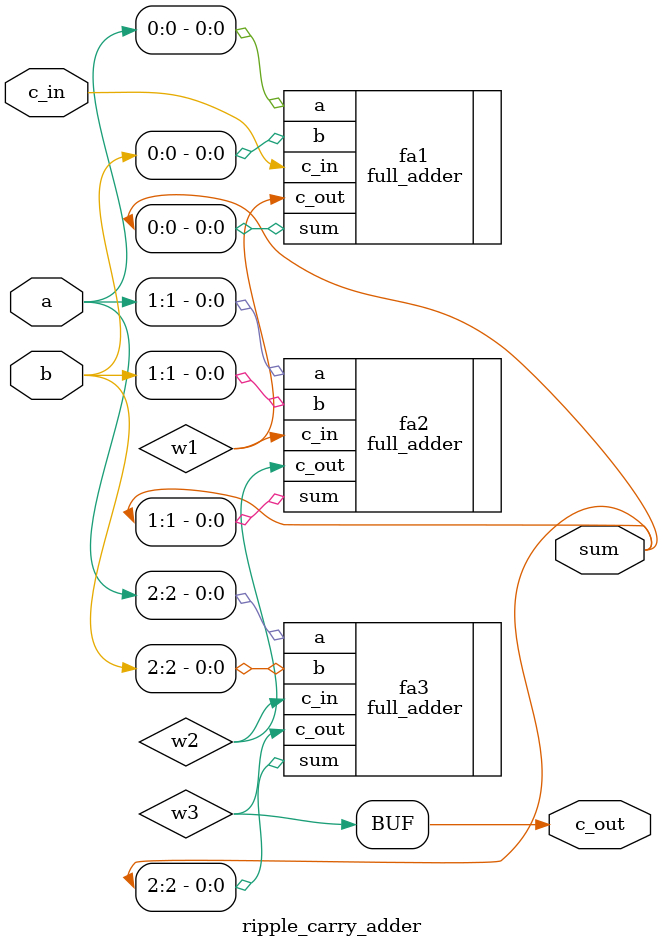
<source format=v>
module ripple_carry_adder(
	input c_in,
	input [2:0] a,
	input [2:0] b,
	output [2:0] sum,
	output c_out
);

	wire w1, w2, w3;
	//instantiate full_adder 1
	full_adder fa1 (
	.c_in(c_in),
	.a(a[0]),
	.b(b[0]),
	.sum(sum[0]),
	.c_out(w1) //connects wire 'w1' to the module's sum output
	);
    
	full_adder fa2 (
	.c_in(w1),
	.a(a[1]),
	.b(b[1]),
	.sum(sum[1]),
	.c_out(w2) //connects wire 'w1' to the module's sum output
	);
    
	full_adder fa3 (
	.c_in(w2),
	.a(a[2]),
	.b(b[2]),
	.sum(sum[2]),
	.c_out(w3) //connects wire 'w1' to the module's sum output
	);

	//a full adder must also have an or gate
	//output sum
	assign c_out = w3;
    

    

endmodule   

</source>
